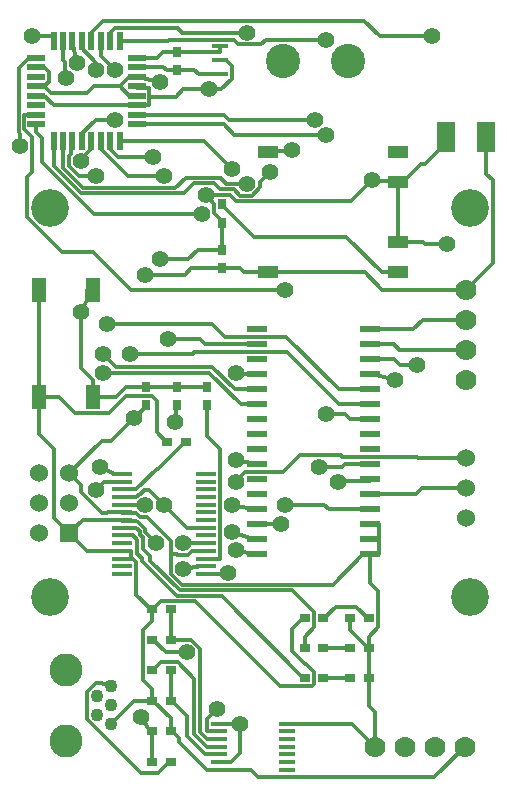
<source format=gtl>
*
*
G04 PADS 9.3.1 Build Number: 456998 generated Gerber (RS-274-X) file*
G04 PC Version=2.1*
*
%IN "DriveFeedback.pcb"*%
*
%MOIN*%
*
%FSLAX35Y35*%
*
*
*
*
G04 PC Standard Apertures*
*
*
G04 Thermal Relief Aperture macro.*
%AMTER*
1,1,$1,0,0*
1,0,$1-$2,0,0*
21,0,$3,$4,0,0,45*
21,0,$3,$4,0,0,135*
%
*
*
G04 Annular Aperture macro.*
%AMANN*
1,1,$1,0,0*
1,0,$2,0,0*
%
*
*
G04 Odd Aperture macro.*
%AMODD*
1,1,$1,0,0*
1,0,$1-0.005,0,0*
%
*
*
G04 PC Custom Aperture Macros*
*
*
*
*
*
*
G04 PC Aperture Table*
*
%ADD010C,0.001*%
%ADD016R,0.038X0.03*%
%ADD023R,0.03X0.038*%
%ADD026C,0.06*%
%ADD027R,0.06X0.06*%
%ADD029R,0.05118X0.08268*%
%ADD030R,0.07087X0.01772*%
%ADD037C,0.055*%
%ADD051C,0.07*%
%ADD128R,0.05906X0.02165*%
%ADD129R,0.02165X0.05906*%
%ADD168C,0.04331*%
%ADD169C,0.11024*%
%ADD175C,0.11417*%
%ADD188R,0.05512X0.01575*%
%ADD189R,0.07087X0.03937*%
%ADD190R,0.06X0.1*%
%ADD191R,0.07087X0.02362*%
%ADD192R,0.05709X0.01575*%
%ADD193C,0.12598*%
%ADD194C,0.012*%
*
*
*
*
G04 PC Circuitry*
G04 Layer Name DriveFeedback.pcb - circuitry*
%LPD*%
*
*
G04 PC Custom Flashes*
G04 Layer Name DriveFeedback.pcb - flashes*
%LPD*%
*
*
G04 PC Circuitry*
G04 Layer Name DriveFeedback.pcb - circuitry*
%LPD*%
*
G54D10*
G54D16*
G01X119950Y48189D03*
X113750D03*
X47687Y10157D03*
X53887D03*
Y20315D03*
X47687D03*
X58966Y116811D03*
X52766D03*
X119950Y38228D03*
X113750D03*
X98514Y48189D03*
X104714D03*
X98514Y38228D03*
X104714D03*
X53887Y50787D03*
X47687D03*
X53887Y40630D03*
X47687D03*
X53887Y30472D03*
X47687D03*
X53887Y60945D03*
X47687D03*
X113750Y57953D03*
X119950D03*
X98514D03*
X104714D03*
G54D23*
X55866Y246880D03*
Y240680D03*
X45709Y135147D03*
Y128947D03*
X55866Y135147D03*
Y128947D03*
X66024Y135147D03*
Y128947D03*
X71102Y189892D03*
Y196092D03*
Y174656D03*
Y180856D03*
G54D26*
X10157Y106339D03*
X20157D03*
X10157Y96339D03*
X20157D03*
X10157Y86339D03*
X152362Y91417D03*
Y101417D03*
Y111417D03*
G54D27*
X20157Y86339D03*
G54D29*
X27953Y131772D03*
Y167598D03*
X10157Y131772D03*
Y167598D03*
G54D30*
X65630Y72815D03*
Y75374D03*
Y77933D03*
Y80492D03*
Y83051D03*
Y85610D03*
Y88169D03*
Y90728D03*
Y93287D03*
Y95846D03*
Y98406D03*
Y100965D03*
Y103524D03*
Y106083D03*
X37677D03*
Y103524D03*
Y100965D03*
Y98406D03*
Y95846D03*
Y93287D03*
Y90728D03*
Y88169D03*
Y85610D03*
Y83051D03*
Y80492D03*
Y77933D03*
Y75374D03*
Y72815D03*
G54D37*
X44094Y25197D03*
X69291Y27717D03*
X76850Y22677D03*
X59213Y46614D03*
X57953Y74331D03*
X73071Y73071D03*
X49134Y83150D03*
X57953D03*
X74331Y86929D03*
X75591Y80630D03*
X45354Y95748D03*
X51654D03*
X74331D03*
X91969D03*
X90709Y89449D03*
X28976Y100787D03*
X30236Y108346D03*
X75591Y103307D03*
X109606D03*
X103307Y108346D03*
X75591Y110866D03*
X41575Y124724D03*
X55433Y123465D03*
X105827Y125984D03*
X128504Y137323D03*
X31496Y139843D03*
Y146142D03*
X40315D03*
X75591Y139843D03*
X136063Y142362D03*
X32756Y156220D03*
X52913Y151181D03*
X23937Y160000D03*
X91969Y167559D03*
X50394Y177638D03*
X45354Y172598D03*
X146142Y182677D03*
X64252Y192756D03*
X28976Y205354D03*
X51654D03*
X65512Y199055D03*
X79370Y202835D03*
X74331Y207874D03*
X86929Y206614D03*
X120945Y204094D03*
X3780Y215433D03*
X23937Y210394D03*
X47874Y211654D03*
X94488Y214173D03*
X35276Y224252D03*
X105827Y219213D03*
X102047Y224252D03*
X18898Y238110D03*
X50394Y236850D03*
X66772Y234331D03*
X22677Y243150D03*
X28976Y240630D03*
X35276D03*
X7559Y251969D03*
X79370Y253228D03*
X105827Y250709D03*
X141102Y251969D03*
G54D51*
X152362Y167598D03*
Y157598D03*
Y147598D03*
Y137598D03*
X121890Y15236D03*
X131890D03*
X141890D03*
X151890D03*
G54D128*
X42598Y222756D03*
Y225906D03*
Y229055D03*
Y232205D03*
Y235354D03*
Y238504D03*
Y241654D03*
Y244803D03*
X9134D03*
Y241654D03*
Y238504D03*
Y235354D03*
Y232205D03*
Y229055D03*
Y225906D03*
Y222756D03*
G54D129*
X36890Y250512D03*
X33740D03*
X30591D03*
X27441D03*
X24291D03*
X21142D03*
X17992D03*
X14843D03*
Y217047D03*
X17992D03*
X21142D03*
X24291D03*
X27441D03*
X30591D03*
X33740D03*
X36890D03*
G54D168*
X34016Y35276D03*
X29291Y32126D03*
X34016Y28976D03*
X29291Y25827D03*
X34016Y22677D03*
G54D169*
X18858Y17165D03*
Y40787D03*
G54D175*
X91417Y243780D03*
X113071D03*
G54D188*
X70354Y248740D03*
Y244016D03*
Y239291D03*
G54D189*
X86339Y213307D03*
Y173307D03*
X129724Y213307D03*
Y203307D03*
Y183307D03*
Y173307D03*
G54D190*
X159112Y218386D03*
X145612D03*
G54D191*
X120472Y79311D03*
Y84311D03*
Y89311D03*
Y94311D03*
Y99311D03*
Y104311D03*
Y109311D03*
Y114311D03*
Y119311D03*
Y124311D03*
Y129311D03*
Y134311D03*
Y139311D03*
Y144311D03*
Y149311D03*
Y154311D03*
X82677D03*
Y149311D03*
Y144311D03*
Y139311D03*
Y134311D03*
Y129311D03*
Y124311D03*
Y119311D03*
Y114311D03*
Y109311D03*
Y104311D03*
Y99311D03*
Y94311D03*
Y89311D03*
Y84311D03*
Y79311D03*
G54D192*
X69941Y22913D03*
Y20354D03*
Y17795D03*
Y15236D03*
Y12677D03*
Y10118D03*
Y7559D03*
X92579D03*
Y10118D03*
Y12677D03*
Y15236D03*
Y17795D03*
Y20354D03*
Y22913D03*
G54D193*
X13780Y64961D03*
Y194882D03*
X153543D03*
Y64961D03*
G54D194*
X69941Y7559D02*
X80618D01*
X83137Y5039*
X141693*
X151890Y15236*
X47687Y10157D02*
Y20315D01*
X69941Y10118D02*
X73995D01*
X76850Y12973*
Y22677*
X25926Y24433D02*
Y33520D01*
X28941Y36535*
X30516*
X34016Y35276*
X25926Y24433D02*
X44060Y6299D01*
X49629*
X53487Y10157*
X53887*
X34016Y22677D02*
X41811Y30472D01*
X47687*
X44094Y25197D02*
X46906Y20315D01*
X47687*
X53887D02*
X54287D01*
X56636Y17966*
Y16810*
X65887Y7559*
X69941*
Y20354D02*
X65887D01*
Y24312*
X69291Y27717*
X69941Y22913D02*
Y22726D01*
X72195*
X76850Y22677*
X92579Y22913D02*
X114213D01*
X121890Y15236*
X47687Y30472D02*
X48087D01*
X53887Y24672*
Y20315*
Y40630D02*
Y30472D01*
X54287*
X59213Y25547*
Y18712*
X65248Y12677*
X69941*
X104714Y38228D02*
X113750D01*
X119950D02*
Y28702D01*
X121890Y26763*
Y15236*
X119950Y38228D02*
Y48189D01*
X47687Y40630D02*
X48087D01*
X50787Y43330*
X56284*
X61732Y37882*
Y19391*
X65887Y15236*
X69941*
X98514Y48189D02*
Y51872D01*
X101614Y54972*
X104714Y48189D02*
X113750D01*
X119950D02*
Y51872D01*
X123050Y54972*
Y67151*
X44587Y53965D02*
X47687Y57065D01*
Y60945*
X44587Y53965D02*
Y37453D01*
X47687Y34353*
Y30472*
Y50787D02*
X48087D01*
X52261Y46614*
X59213*
X53887Y50787D02*
X60626D01*
X63542Y47871*
Y20140*
X65887Y17795*
X69941*
X53887Y50787D02*
Y60945D01*
X94488Y54327D02*
Y47118D01*
X98771Y42835*
X99005*
X101614Y40225*
X94488Y54327D02*
X98114Y57953D01*
X98514*
X104714D02*
X105114D01*
X108894Y61732*
X115771*
X119550Y57953*
X119950*
X113750D02*
Y53989D01*
X119550Y48189*
X119950*
X47687Y60945D02*
X48087D01*
X50787Y63645*
X62143*
X90259Y35528*
X100911*
X101614Y36231*
Y40225*
X37677Y77933D02*
X40620D01*
Y80492*
X37677Y77933D02*
X41244D01*
X42494Y76684*
Y65739*
X47287Y60945*
X47687*
X57953Y74331D02*
X64473Y75374D01*
X65630*
Y77933D02*
X70373D01*
X65630Y72815D02*
X73071D01*
Y73071*
X20157Y86339D02*
X26004Y80492D01*
X37677*
X20157Y86339D02*
X24547Y90728D01*
X37677*
Y80492D02*
X40620D01*
X37677Y85610D02*
X41244D01*
X42783Y84072*
Y79547*
X44367Y77964*
Y77240*
X56104Y65502*
X70841*
X98114Y38228*
X98514*
X37677Y88169D02*
X42420D01*
X43642Y86948*
Y85927*
X44583Y84986*
Y81204*
X47167Y78620*
Y76985*
X56850Y67302*
X94262*
X101614Y59950*
Y54972*
X54003Y79370D02*
X55974D01*
X56145Y79200*
X59591*
X60884Y80492*
X65630*
X54003Y79370D02*
Y72695D01*
X57576Y69121*
X107920*
X118110Y79311*
X120472*
X57953Y83150D02*
Y83051D01*
X65630*
X74331Y86929D02*
X81275Y84311D01*
X82677*
X75591Y80630D02*
X79734Y79892D01*
X82677*
Y79311*
X123416Y84311D02*
X120472D01*
X123416*
Y89311*
X120472Y79311D02*
Y69729D01*
X123050Y67151*
X120472Y79311D02*
X123416D01*
Y84311*
X37677Y90728D02*
Y90443D01*
X42456*
X42920Y89979*
X43156*
X45442Y87694*
Y86842*
X49134Y83150*
X37677Y93287D02*
Y93002D01*
X42479*
X43692Y91788*
X46081*
X54003Y83867*
Y79370*
X37677Y95846D02*
X45354D01*
Y95748*
X37677Y98406D02*
X42423D01*
X43545Y99528*
X43878*
X45138Y100787*
X46614*
X51654Y95748*
X59232Y88169*
X65630*
X74331Y95748D02*
X79734Y94892D01*
X82677*
Y94311*
Y89311D02*
X90709D01*
Y89449*
X91969Y95748D02*
X105105D01*
X106542Y94311*
X120472*
Y89311D02*
X123416D01*
X20157Y106339D02*
X30933Y117114D01*
X33964*
X41575Y124724*
X20157Y106339D02*
X24077Y102419D01*
Y100101*
X30949Y93228*
X32775*
X32834Y93287*
X37677*
X28976Y100787D02*
X31769Y103580D01*
X37677*
Y103524*
X30236Y108346D02*
X35384Y106083D01*
X37677*
Y100965D02*
X42441D01*
X49329Y107852*
X49607*
X58566Y116811*
X58966*
X75317Y103580D02*
X78548Y106811D01*
X91392*
X96878Y112296*
X96878D02*
X110504D01*
X110990Y111811*
X136081*
X136475Y111417*
X152362*
X75317Y103580D02*
X75591Y103307D01*
X109606D02*
Y103730D01*
X120472*
Y104311*
X103307Y108346D02*
X111011D01*
X111975Y109311*
X120472*
Y99311D02*
X135636D01*
X137742Y101417*
X152362*
X75591Y110866D02*
X82206Y109311D01*
X82677*
X41575Y124724D02*
X45709Y128461D01*
Y128947*
X55433Y123465D02*
X55722D01*
Y128947*
X55866*
X105827Y125984D02*
X111916D01*
X113590Y124311*
X120472*
X10157Y131772D02*
X16740D01*
X22074Y126438*
X33439*
X39048Y132047*
X47706*
X49213Y130540*
Y119964*
X52366Y116811*
X52766*
X10157Y167598D02*
Y131772D01*
Y119358*
X15118Y114397*
Y91378*
X20157Y86339*
X27953Y131772D02*
X35672D01*
X39048Y135147*
X45709*
X55866*
X66024*
Y128947D02*
Y118831D01*
X70373Y114482*
Y77933*
X31496Y139843D02*
X66770D01*
X77301Y129311*
X82677*
X31496Y146142D02*
X35721Y141917D01*
X67585*
X75191Y134311*
X82677*
X40315Y146142D02*
X61176D01*
X61726Y146692*
X92533*
X109914Y129311*
X120472*
X75591Y139843D02*
Y139311D01*
X82677*
X120472Y144311D02*
X128320D01*
X130269Y142362*
X136063*
X120472Y139311D02*
X121314D01*
X128504Y137323*
X32756Y156220D02*
X67687D01*
X72097Y151811*
X92414*
X109914Y134311*
X120472*
X52913Y151181D02*
X63522D01*
X65392Y149311*
X82677*
X120472Y154311D02*
X134795D01*
X138083Y157598*
X152362*
X120472Y149311D02*
X128320D01*
X130032Y147598*
X152362*
X23937Y160000D02*
Y141468D01*
X27953Y137453*
Y131772*
X23937Y160000D02*
X25994Y164065D01*
Y167598*
X27953*
X152362D02*
X161193Y176429D01*
Y204078*
X50394Y177638D02*
X59764D01*
X62982Y180856*
X71102*
X45354Y172598D02*
X58643D01*
X60700Y174656*
X71102*
X77024*
X78373Y173307*
X86339*
X118591*
X124300Y167598*
X152362*
X71102Y180856D02*
Y189892D01*
X129724Y183307D02*
X138015D01*
X138645Y182677*
X146142*
X129724Y183307D02*
Y203307D01*
X6130Y191713D02*
Y205124D01*
X7730Y206723*
X6130Y191713D02*
X17686Y180157D01*
X27996*
X40595Y167559*
X91969*
X71102Y196092D02*
Y195692D01*
X81598Y185197*
X112410*
X124300Y173307*
X129724*
X65512Y199055D02*
X68354Y196213D01*
Y193041*
X71102Y190292*
Y189892*
X65512Y199055D02*
Y199192D01*
X73693*
X75801Y197085*
X113935*
X120945Y204094*
Y203749*
X129724*
Y203307*
X131299*
X137323Y209331*
X138557*
X145612Y216386*
Y218386*
X19987Y208758D02*
Y212126D01*
X20659Y212798*
Y217047*
X21142*
X19987Y208758D02*
X23390Y205354D01*
X28976*
X17992Y217047D02*
Y208207D01*
X24795Y201404*
X55436*
X58837Y204805*
X70507*
X72477Y202835*
X79370*
X14843Y217047D02*
Y208811D01*
X24049Y199604*
X58328*
X61729Y203005*
X68455*
X70446Y201013*
X75011*
X77140Y198885*
X81006*
X83728Y201606*
Y203413*
X86929Y206614*
X23654Y210677D02*
X27797Y214821D01*
Y217047*
X23654Y210677D02*
X23937Y210394D01*
X24291Y217047D02*
X23935D01*
Y219274*
X28913Y224252*
X35276*
X30591Y217047D02*
X30234D01*
Y214821*
X39701Y205354*
X51654*
X27441Y217047D02*
X27797D01*
X33344Y214781D02*
X36472Y211654D01*
X47874*
X33344Y214781D02*
Y217047D01*
X33740*
X36890D02*
X65157D01*
X74331Y207874*
X86339Y213307D02*
Y213793D01*
X94488*
Y214173*
X159112Y218386D02*
Y206158D01*
X161193Y204078*
X4981Y225906D02*
Y221026D01*
X7730Y218278*
Y206723*
X4981Y225906D02*
X9134D01*
X3181Y220131D02*
Y241433D01*
X6907Y245160*
X9134*
Y244803*
X3181Y220131D02*
X3780Y219533D01*
Y215433*
X9134Y222756D02*
Y219946D01*
X11045Y218035*
Y210063*
X28352Y192756*
X64252*
X42598Y225906D02*
X71597D01*
X73251Y224252*
X102047*
X42598Y222756D02*
X71597D01*
X75141Y219213*
X105827*
X9134Y232205D02*
Y232561D01*
X11360*
X14866Y229055*
X42598*
X9134Y235354D02*
Y235711D01*
X11360*
X14000Y233071*
X26113*
X28397Y235354*
X36866*
X9134D02*
Y234998D01*
X11360*
X13292Y236929*
Y240079*
X36866Y235354D02*
X40372Y231848D01*
X42598*
Y232205*
X36866Y235354D02*
X40372Y238860D01*
X42598*
Y238504*
X46766Y231811D02*
X55621D01*
X58141Y234331*
X66772*
X42598Y235354D02*
Y234872D01*
X46751*
X46766Y234857*
Y231811*
X42598Y229055D02*
X46751D01*
X46766Y229070*
Y231811*
X66772Y234331D02*
X70722D01*
X74310Y237919*
Y242028*
X9134Y241654D02*
Y242010D01*
X11360*
X13292Y240079*
X23935Y248285D02*
X28976Y243244D01*
Y240630*
X23935Y248285D02*
Y250512D01*
X24291*
X42598Y244803D02*
X49185D01*
X51262Y246880*
X55866*
X42598Y241654D02*
X49185D01*
X49422Y241890*
X51448*
X52658Y240680*
X55866*
X42598Y238504D02*
X42708D01*
X50394Y236850*
X55866Y240680D02*
X61788D01*
X63176Y239291*
X70354*
X55866Y246880D02*
X62814D01*
X62941Y246753*
X70354*
Y248740*
Y244016D02*
X72323D01*
X74310Y242028*
X7559Y251969D02*
X14843D01*
Y250512*
X17992D02*
Y244055D01*
X18727Y243320*
Y238110*
X18898*
X27045Y252778D02*
X31446Y257178D01*
X118443*
X123653Y251969*
X141102*
X27045Y252778D02*
Y250512D01*
X27441*
X21142D02*
Y250456D01*
X22677Y243150*
X33344Y252778D02*
X35276Y254709D01*
X56182*
X57663Y253228*
X79370*
X33344Y252778D02*
Y250512D01*
X33740*
X30591D02*
Y245315D01*
X35276Y240630*
X36890Y250512D02*
X53029D01*
X53245Y250728*
X74946*
X76395Y249278*
X84076*
X85506Y250709*
X105827*
X0Y0D02*
M02*

</source>
